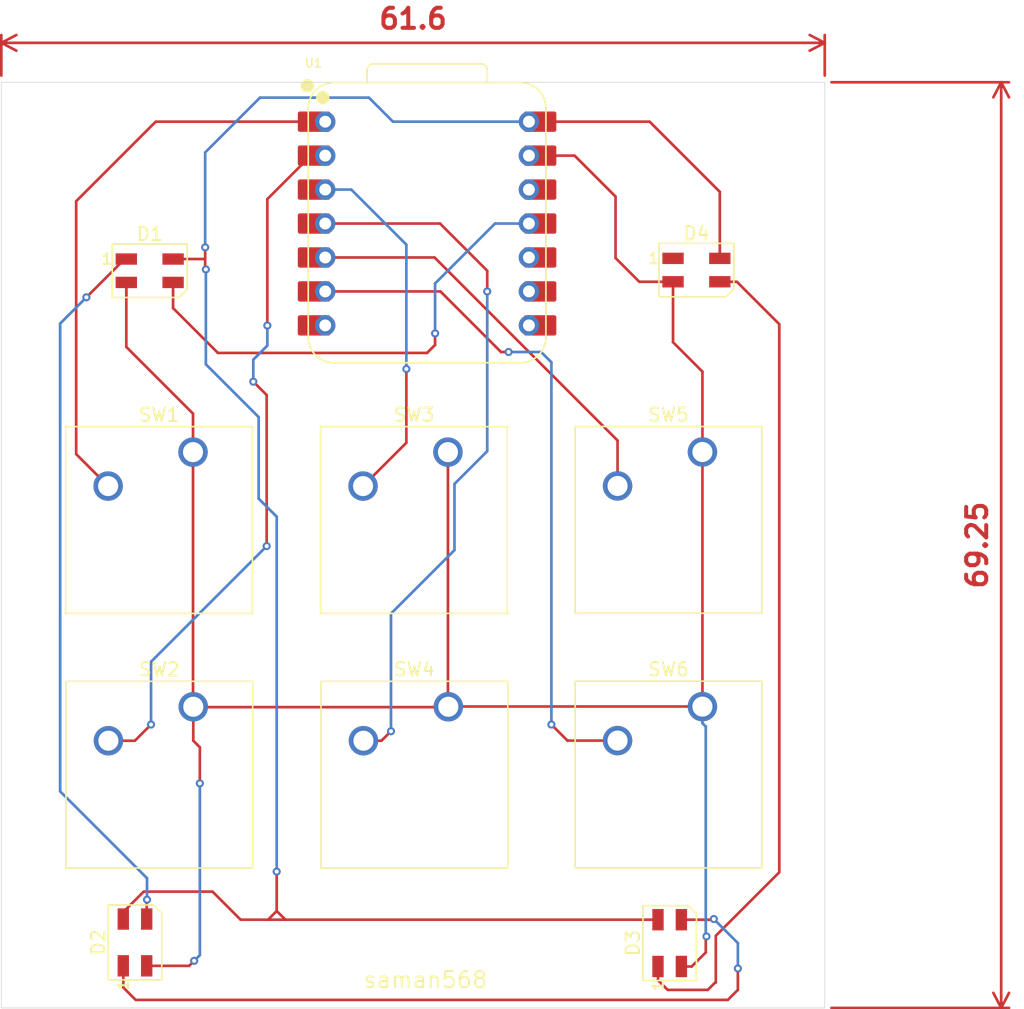
<source format=kicad_pcb>
(kicad_pcb (version 20241229) (generator "pcbnew") (generator_version "9.0")
  (layers (0 "F.Cu" signal) (2 "B.Cu" signal) (13 "F.Paste" user) (15 "B.Paste" user) (5 "F.SilkS" user "F.Silkscreen") (7 "B.SilkS" user "B.Silkscreen") (1 "F.Mask" user) (3 "B.Mask" user) (25 "Edge.Cuts" user))
  (net 0 "")
  (net 2 "GND")
  (net 3 "Net-(D1-DIN)")
  (net 4 "Net-(D1-DOUT)")
  (net 5 "Net-(D1-VDD)")
  (net 6 "Net-(D2-DOUT)")
  (net 7 "Net-(D3-DOUT)")
  (net 8 "Net-(U1-GPIO26{slash}ADC0{slash}A0)")
  (net 9 "Net-(U1-GPIO27{slash}ADC1{slash}A1)")
  (net 10 "Net-(U1-GPIO28{slash}ADC2{slash}A2)")
  (net 11 "Net-(U1-GPIO29{slash}ADC3{slash}A3)")
  (net 12 "Net-(U1-GPIO6{slash}SDA)")
  (net 17 "Net-(U1-GPIO7{slash}SCL)")
  (footprint "Button_Switch_Keyboard:SW_Cherry_MX_1.00u_PCB" (layer "F.Cu") (at 153.3 48.81)
    (property "Reference" "SW5" (at -2.54 -2.794 0) (layer "F.SilkS"))
    (property "Value" "SW_Push")
    (fp_line (start -9.525 -1.905) (end 4.445 -1.905) (stroke (width 0.12)) (layer "F.SilkS"))
    (fp_line (start -9.525 12.065) (end -9.525 -1.905) (stroke (width 0.12)) (layer "F.SilkS"))
    (fp_line (start 4.445 -1.905) (end 4.445 12.065) (stroke (width 0.12)) (layer "F.SilkS"))
    (fp_line (start 4.445 12.065) (end -9.525 12.065) (stroke (width 0.12)) (layer "F.SilkS"))
    (pad "" np_thru_hole circle (at -7.62 5.08) (size 1.7 1.7) (drill 1.7) (layers "*.Cu" "*.Mask"))
    (pad "" np_thru_hole circle (at -2.54 5.08) (size 4 4) (drill 4) (layers "*.Cu" "*.Mask"))
    (pad "" np_thru_hole circle (at 2.54 5.08) (size 1.7 1.7) (drill 1.7) (layers "*.Cu" "*.Mask"))
    (pad "1" thru_hole circle (at 0 0) (size 2.2 2.2) (drill 1.5) (layers "*.Cu" "*.Mask") (net 2 "GND"))
    (pad "2" thru_hole circle (at -6.35 2.54) (size 2.2 2.2) (drill 1.5) (layers "*.Cu" "*.Mask") (net 12 "Net-(U1-GPIO6{slash}SDA)"))
  )
  (footprint "Button_Switch_Keyboard:SW_Cherry_MX_1.00u_PCB" (layer "F.Cu") (at 115.19 48.82)
    (property "Reference" "SW1" (at -2.54 -2.794 0) (layer "F.SilkS"))
    (property "Value" "SW_Push")
    (fp_line (start -9.525 -1.905) (end 4.445 -1.905) (stroke (width 0.12)) (layer "F.SilkS"))
    (fp_line (start -9.525 12.065) (end -9.525 -1.905) (stroke (width 0.12)) (layer "F.SilkS"))
    (fp_line (start 4.445 -1.905) (end 4.445 12.065) (stroke (width 0.12)) (layer "F.SilkS"))
    (fp_line (start 4.445 12.065) (end -9.525 12.065) (stroke (width 0.12)) (layer "F.SilkS"))
    (pad "" np_thru_hole circle (at -7.62 5.08) (size 1.7 1.7) (drill 1.7) (layers "*.Cu" "*.Mask"))
    (pad "" np_thru_hole circle (at -2.54 5.08) (size 4 4) (drill 4) (layers "*.Cu" "*.Mask"))
    (pad "" np_thru_hole circle (at 2.54 5.08) (size 1.7 1.7) (drill 1.7) (layers "*.Cu" "*.Mask"))
    (pad "1" thru_hole circle (at 0 0) (size 2.2 2.2) (drill 1.5) (layers "*.Cu" "*.Mask") (net 2 "GND"))
    (pad "2" thru_hole circle (at -6.35 2.54) (size 2.2 2.2) (drill 1.5) (layers "*.Cu" "*.Mask") (net 8 "Net-(U1-GPIO26{slash}ADC0{slash}A0)"))
  )
  (footprint "Seeed Studio XIAO Series Library:XIAO-RP2040-DIP" (layer "F.Cu") (at 132.7 31.7185)
    (property "Reference" "U1" (at -8.5 -12 0) (layer "F.SilkS") (effects (font (size 0.635 0.635) (thickness 0.1016))))
    (property "Value" "XIAO-RP2040-DIP")
    (fp_line (start -8.89 8.509) (end -8.89 -8.636) (stroke (width 0.127)) (layer "F.SilkS"))
    (fp_line (start -6.985 10.414) (end 6.985 10.414) (stroke (width 0.127)) (layer "F.SilkS"))
    (fp_line (start -4.495 -10.541) (end -4.491272 -11.451272) (stroke (width 0.127)) (layer "F.SilkS"))
    (fp_line (start -3.991272 -11.951) (end 4.004 -11.951) (stroke (width 0.127)) (layer "F.SilkS"))
    (fp_line (start 4.504 -11.451) (end 4.504 -10.541) (stroke (width 0.127)) (layer "F.SilkS"))
    (fp_line (start 6.985 -10.541) (end -6.985 -10.541) (stroke (width 0.1)) (layer "F.SilkS"))
    (fp_line (start 6.985 -10.541) (end -6.985 -10.541) (stroke (width 0.127)) (layer "F.SilkS"))
    (fp_line (start 8.89 8.509) (end 8.89 -8.636) (stroke (width 0.127)) (layer "F.SilkS"))
    (fp_arc (start -8.89 -8.636) (mid -8.332038 -9.983038) (end -6.985 -10.541) (stroke (width 0.127)) (layer "F.SilkS"))
    (fp_arc (start -6.985 10.414) (mid -8.332038 9.856038) (end -8.89 8.509) (stroke (width 0.127)) (layer "F.SilkS"))
    (fp_arc (start -4.491272 -11.451272) (mid -4.344728 -11.80464) (end -3.991272 -11.951) (stroke (width 0.127)) (layer "F.SilkS"))
    (fp_arc (start 4.004 -11.951) (mid 4.357553 -11.804553) (end 4.504 -11.451) (stroke (width 0.127)) (layer "F.SilkS"))
    (fp_arc (start 6.985 -10.541) (mid 8.332038 -9.983038) (end 8.89 -8.636) (stroke (width 0.127)) (layer "F.SilkS"))
    (fp_arc (start 8.89 8.509) (mid 8.332038 9.856038) (end 6.985 10.414) (stroke (width 0.127)) (layer "F.SilkS"))
    (fp_circle (center -8.95 -10.3) (end -8.95 -10.554) (stroke (width 0.5)) (fill yes) (layer "F.SilkS"))
    (fp_circle (center -7.807 -9.42) (end -7.807 -9.674) (stroke (width 0.5)) (fill yes) (layer "F.SilkS"))
    (pad "1" smd roundrect (at -8.455 -7.62 180) (size 2.432 1.524) (layers "F.Cu" "F.Mask") (roundrect_rratio 0.1) (net 8 "Net-(U1-GPIO26{slash}ADC0{slash}A0)"))
    (pad "1" thru_hole circle (at -7.62 -7.62 180) (size 1.524 1.524) (drill 0.889) (layers "*.Cu" "*.Mask") (net 8 "Net-(U1-GPIO26{slash}ADC0{slash}A0)"))
    (pad "2" smd roundrect (at -8.455 -5.08 180) (size 2.432 1.524) (layers "F.Cu" "F.Mask") (roundrect_rratio 0.1) (net 9 "Net-(U1-GPIO27{slash}ADC1{slash}A1)"))
    (pad "2" thru_hole circle (at -7.62 -5.08 180) (size 1.524 1.524) (drill 0.889) (layers "*.Cu" "*.Mask") (net 9 "Net-(U1-GPIO27{slash}ADC1{slash}A1)"))
    (pad "3" smd roundrect (at -8.455 -2.54 180) (size 2.432 1.524) (layers "F.Cu" "F.Mask") (roundrect_rratio 0.1) (net 10 "Net-(U1-GPIO28{slash}ADC2{slash}A2)"))
    (pad "3" thru_hole circle (at -7.62 -2.54 180) (size 1.524 1.524) (drill 0.889) (layers "*.Cu" "*.Mask") (net 10 "Net-(U1-GPIO28{slash}ADC2{slash}A2)"))
    (pad "4" smd roundrect (at -8.455 0 180) (size 2.432 1.524) (layers "F.Cu" "F.Mask") (roundrect_rratio 0.1) (net 11 "Net-(U1-GPIO29{slash}ADC3{slash}A3)"))
    (pad "4" thru_hole circle (at -7.62 0 180) (size 1.524 1.524) (drill 0.889) (layers "*.Cu" "*.Mask") (net 11 "Net-(U1-GPIO29{slash}ADC3{slash}A3)"))
    (pad "5" smd roundrect (at -8.455 2.54 180) (size 2.432 1.524) (layers "F.Cu" "F.Mask") (roundrect_rratio 0.1) (net 12 "Net-(U1-GPIO6{slash}SDA)"))
    (pad "5" thru_hole circle (at -7.62 2.54 180) (size 1.524 1.524) (drill 0.889) (layers "*.Cu" "*.Mask") (net 12 "Net-(U1-GPIO6{slash}SDA)"))
    (pad "6" smd roundrect (at -8.455 5.08 180) (size 2.432 1.524) (layers "F.Cu" "F.Mask") (roundrect_rratio 0.1) (net 17 "Net-(U1-GPIO7{slash}SCL)"))
    (pad "6" thru_hole circle (at -7.62 5.08 180) (size 1.524 1.524) (drill 0.889) (layers "*.Cu" "*.Mask") (net 17 "Net-(U1-GPIO7{slash}SCL)"))
    (pad "7" smd roundrect (at -8.455 7.62 180) (size 2.432 1.524) (layers "F.Cu" "F.Mask") (roundrect_rratio 0.1))
    (pad "7" thru_hole circle (at -7.62 7.62 180) (size 1.524 1.524) (drill 0.889) (layers "*.Cu" "*.Mask"))
    (pad "8" thru_hole circle (at 7.62 7.62) (size 1.524 1.524) (drill 0.889) (layers "*.Cu" "*.Mask"))
    (pad "8" smd roundrect (at 8.455 7.62) (size 2.432 1.524) (layers "F.Cu" "F.Mask") (roundrect_rratio 0.1))
    (pad "9" thru_hole circle (at 7.62 5.08) (size 1.524 1.524) (drill 0.889) (layers "*.Cu" "*.Mask"))
    (pad "9" smd roundrect (at 8.455 5.08) (size 2.432 1.524) (layers "F.Cu" "F.Mask") (roundrect_rratio 0.1))
    (pad "10" thru_hole circle (at 7.62 2.54) (size 1.524 1.524) (drill 0.889) (layers "*.Cu" "*.Mask"))
    (pad "10" smd roundrect (at 8.455 2.54) (size 2.432 1.524) (layers "F.Cu" "F.Mask") (roundrect_rratio 0.1))
    (pad "11" thru_hole circle (at 7.62 0) (size 1.524 1.524) (drill 0.889) (layers "*.Cu" "*.Mask") (net 3 "Net-(D1-DIN)"))
    (pad "11" smd roundrect (at 8.455 0) (size 2.432 1.524) (layers "F.Cu" "F.Mask") (roundrect_rratio 0.1) (net 3 "Net-(D1-DIN)"))
    (pad "12" thru_hole circle (at 7.62 -2.54) (size 1.524 1.524) (drill 0.889) (layers "*.Cu" "*.Mask"))
    (pad "12" smd roundrect (at 8.455 -2.54) (size 2.432 1.524) (layers "F.Cu" "F.Mask") (roundrect_rratio 0.1))
    (pad "13" thru_hole circle (at 7.62 -5.08) (size 1.524 1.524) (drill 0.889) (layers "*.Cu" "*.Mask") (net 2 "GND"))
    (pad "13" smd roundrect (at 8.455 -5.08) (size 2.432 1.524) (layers "F.Cu" "F.Mask") (roundrect_rratio 0.1) (net 2 "GND"))
    (pad "14" thru_hole circle (at 7.62 -7.62) (size 1.524 1.524) (drill 0.889) (layers "*.Cu" "*.Mask") (net 5 "Net-(D1-VDD)"))
    (pad "14" smd roundrect (at 8.455 -7.62) (size 2.432 1.524) (layers "F.Cu" "F.Mask") (roundrect_rratio 0.1) (net 5 "Net-(D1-VDD)"))
  )
  (footprint "Button_Switch_Keyboard:SW_Cherry_MX_1.00u_PCB" (layer "F.Cu") (at 153.3 67.86)
    (property "Reference" "SW6" (at -2.54 -2.794 0) (layer "F.SilkS"))
    (property "Value" "SW_Push")
    (fp_line (start -9.525 -1.905) (end 4.445 -1.905) (stroke (width 0.12)) (layer "F.SilkS"))
    (fp_line (start -9.525 12.065) (end -9.525 -1.905) (stroke (width 0.12)) (layer "F.SilkS"))
    (fp_line (start 4.445 -1.905) (end 4.445 12.065) (stroke (width 0.12)) (layer "F.SilkS"))
    (fp_line (start 4.445 12.065) (end -9.525 12.065) (stroke (width 0.12)) (layer "F.SilkS"))
    (pad "" np_thru_hole circle (at -7.62 5.08) (size 1.7 1.7) (drill 1.7) (layers "*.Cu" "*.Mask"))
    (pad "" np_thru_hole circle (at -2.54 5.08) (size 4 4) (drill 4) (layers "*.Cu" "*.Mask"))
    (pad "" np_thru_hole circle (at 2.54 5.08) (size 1.7 1.7) (drill 1.7) (layers "*.Cu" "*.Mask"))
    (pad "1" thru_hole circle (at 0 0) (size 2.2 2.2) (drill 1.5) (layers "*.Cu" "*.Mask") (net 2 "GND"))
    (pad "2" thru_hole circle (at -6.35 2.54) (size 2.2 2.2) (drill 1.5) (layers "*.Cu" "*.Mask") (net 17 "Net-(U1-GPIO7{slash}SCL)"))
  )
  (footprint "LED_SMD:LED_SK6812MINI_PLCC4_3.5x3.5mm_P1.75mm" (layer "F.Cu") (at 111.95 35.25)
    (property "Reference" "D1" (at 0 -2.75 0) (layer "F.SilkS"))
    (property "Value" "SK6812MINI")
    (fp_line (start -2.8 -2) (end -2.8 2) (stroke (width 0.12)) (layer "F.SilkS"))
    (fp_line (start -2.8 -2) (end 2.8 -2) (stroke (width 0.12)) (layer "F.SilkS"))
    (fp_line (start -2.8 2) (end 2.2 2) (stroke (width 0.12)) (layer "F.SilkS"))
    (fp_line (start 2.8 1.4) (end 2.2 2) (stroke (width 0.12)) (layer "F.SilkS"))
    (fp_line (start 2.8 1.4) (end 2.8 -2) (stroke (width 0.12)) (layer "F.SilkS"))
    (fp_text user "1" (at -3.2 -0.875 0) (layer "F.SilkS") (effects (font (size 0.8 0.8))))
    (pad "1" smd rect (at -1.75 -0.875) (size 1.6 0.85) (layers "F.Cu" "F.Mask" "F.Paste") (net 4 "Net-(D1-DOUT)"))
    (pad "2" smd rect (at -1.75 0.875) (size 1.6 0.85) (layers "F.Cu" "F.Mask" "F.Paste") (net 2 "GND"))
    (pad "3" smd rect (at 1.75 0.875) (size 1.6 0.85) (layers "F.Cu" "F.Mask" "F.Paste") (net 3 "Net-(D1-DIN)"))
    (pad "4" smd rect (at 1.75 -0.875) (size 1.6 0.85) (layers "F.Cu" "F.Mask" "F.Paste") (net 5 "Net-(D1-VDD)"))
  )
  (footprint "Button_Switch_Keyboard:SW_Cherry_MX_1.00u_PCB" (layer "F.Cu") (at 134.26 48.82)
    (property "Reference" "SW3" (at -2.54 -2.794 0) (layer "F.SilkS"))
    (property "Value" "SW_Push")
    (fp_line (start -9.525 -1.905) (end 4.445 -1.905) (stroke (width 0.12)) (layer "F.SilkS"))
    (fp_line (start -9.525 12.065) (end -9.525 -1.905) (stroke (width 0.12)) (layer "F.SilkS"))
    (fp_line (start 4.445 -1.905) (end 4.445 12.065) (stroke (width 0.12)) (layer "F.SilkS"))
    (fp_line (start 4.445 12.065) (end -9.525 12.065) (stroke (width 0.12)) (layer "F.SilkS"))
    (pad "" np_thru_hole circle (at -7.62 5.08) (size 1.7 1.7) (drill 1.7) (layers "*.Cu" "*.Mask"))
    (pad "" np_thru_hole circle (at -2.54 5.08) (size 4 4) (drill 4) (layers "*.Cu" "*.Mask"))
    (pad "" np_thru_hole circle (at 2.54 5.08) (size 1.7 1.7) (drill 1.7) (layers "*.Cu" "*.Mask"))
    (pad "1" thru_hole circle (at 0 0) (size 2.2 2.2) (drill 1.5) (layers "*.Cu" "*.Mask") (net 2 "GND"))
    (pad "2" thru_hole circle (at -6.35 2.54) (size 2.2 2.2) (drill 1.5) (layers "*.Cu" "*.Mask") (net 10 "Net-(U1-GPIO28{slash}ADC2{slash}A2)"))
  )
  (footprint "LED_SMD:LED_SK6812MINI_PLCC4_3.5x3.5mm_P1.75mm" (layer "F.Cu") (at 152.85 35.2)
    (property "Reference" "D4" (at 0 -2.75 0) (layer "F.SilkS"))
    (property "Value" "SK6812MINI")
    (fp_line (start -2.8 -2) (end -2.8 2) (stroke (width 0.12)) (layer "F.SilkS"))
    (fp_line (start -2.8 -2) (end 2.8 -2) (stroke (width 0.12)) (layer "F.SilkS"))
    (fp_line (start -2.8 2) (end 2.2 2) (stroke (width 0.12)) (layer "F.SilkS"))
    (fp_line (start 2.8 1.4) (end 2.2 2) (stroke (width 0.12)) (layer "F.SilkS"))
    (fp_line (start 2.8 1.4) (end 2.8 -2) (stroke (width 0.12)) (layer "F.SilkS"))
    (fp_text user "1" (at -3.2 -0.875 0) (layer "F.SilkS") (effects (font (size 0.8 0.8))))
    (pad "1" smd rect (at -1.75 -0.875) (size 1.6 0.85) (layers "F.Cu" "F.Mask" "F.Paste"))
    (pad "2" smd rect (at -1.75 0.875) (size 1.6 0.85) (layers "F.Cu" "F.Mask" "F.Paste") (net 2 "GND"))
    (pad "3" smd rect (at 1.75 0.875) (size 1.6 0.85) (layers "F.Cu" "F.Mask" "F.Paste") (net 7 "Net-(D3-DOUT)"))
    (pad "4" smd rect (at 1.75 -0.875) (size 1.6 0.85) (layers "F.Cu" "F.Mask" "F.Paste") (net 5 "Net-(D1-VDD)"))
  )
  (footprint "LED_SMD:LED_SK6812MINI_PLCC4_3.5x3.5mm_P1.75mm" (layer "F.Cu") (at 150.85 85.55 90)
    (property "Reference" "D3" (at 0 -2.75 90) (layer "F.SilkS"))
    (property "Value" "SK6812MINI")
    (fp_line (start -2.8 -2) (end 2.8 -2) (stroke (width 0.12)) (layer "F.SilkS"))
    (fp_line (start -2.8 -2) (end -2.8 2) (stroke (width 0.12)) (layer "F.SilkS"))
    (fp_line (start 2.8 1.4) (end 2.8 -2) (stroke (width 0.12)) (layer "F.SilkS"))
    (fp_line (start 2.8 1.4) (end 2.2 2) (stroke (width 0.12)) (layer "F.SilkS"))
    (fp_line (start -2.8 2) (end 2.2 2) (stroke (width 0.12)) (layer "F.SilkS"))
    (fp_text user "1" (at -3.2 -0.875 90) (layer "F.SilkS") (effects (font (size 0.8 0.8))))
    (pad "1" smd rect (at -1.75 -0.875 90) (size 1.6 0.85) (layers "F.Cu" "F.Mask" "F.Paste") (net 7 "Net-(D3-DOUT)"))
    (pad "2" smd rect (at -1.75 0.875 90) (size 1.6 0.85) (layers "F.Cu" "F.Mask" "F.Paste") (net 2 "GND"))
    (pad "3" smd rect (at 1.75 0.875 90) (size 1.6 0.85) (layers "F.Cu" "F.Mask" "F.Paste") (net 6 "Net-(D2-DOUT)"))
    (pad "4" smd rect (at 1.75 -0.875 90) (size 1.6 0.85) (layers "F.Cu" "F.Mask" "F.Paste") (net 5 "Net-(D1-VDD)"))
  )
  (footprint "LED_SMD:LED_SK6812MINI_PLCC4_3.5x3.5mm_P1.75mm" (layer "F.Cu") (at 110.85 85.5 90)
    (property "Reference" "D2" (at 0 -2.75 90) (layer "F.SilkS"))
    (property "Value" "SK6812MINI")
    (fp_line (start -2.8 -2) (end 2.8 -2) (stroke (width 0.12)) (layer "F.SilkS"))
    (fp_line (start -2.8 -2) (end -2.8 2) (stroke (width 0.12)) (layer "F.SilkS"))
    (fp_line (start 2.8 1.4) (end 2.8 -2) (stroke (width 0.12)) (layer "F.SilkS"))
    (fp_line (start 2.8 1.4) (end 2.2 2) (stroke (width 0.12)) (layer "F.SilkS"))
    (fp_line (start -2.8 2) (end 2.2 2) (stroke (width 0.12)) (layer "F.SilkS"))
    (fp_text user "1" (at -3.2 -0.875 90) (layer "F.SilkS") (effects (font (size 0.8 0.8))))
    (pad "1" smd rect (at -1.75 -0.875 90) (size 1.6 0.85) (layers "F.Cu" "F.Mask" "F.Paste") (net 6 "Net-(D2-DOUT)"))
    (pad "2" smd rect (at -1.75 0.875 90) (size 1.6 0.85) (layers "F.Cu" "F.Mask" "F.Paste") (net 2 "GND"))
    (pad "3" smd rect (at 1.75 0.875 90) (size 1.6 0.85) (layers "F.Cu" "F.Mask" "F.Paste") (net 4 "Net-(D1-DOUT)"))
    (pad "4" smd rect (at 1.75 -0.875 90) (size 1.6 0.85) (layers "F.Cu" "F.Mask" "F.Paste") (net 5 "Net-(D1-VDD)"))
  )
  (footprint "Button_Switch_Keyboard:SW_Cherry_MX_1.00u_PCB" (layer "F.Cu") (at 115.21 67.87)
    (property "Reference" "SW2" (at -2.54 -2.794 0) (layer "F.SilkS"))
    (property "Value" "SW_Push")
    (fp_line (start -9.525 -1.905) (end 4.445 -1.905) (stroke (width 0.12)) (layer "F.SilkS"))
    (fp_line (start -9.525 12.065) (end -9.525 -1.905) (stroke (width 0.12)) (layer "F.SilkS"))
    (fp_line (start 4.445 -1.905) (end 4.445 12.065) (stroke (width 0.12)) (layer "F.SilkS"))
    (fp_line (start 4.445 12.065) (end -9.525 12.065) (stroke (width 0.12)) (layer "F.SilkS"))
    (pad "" np_thru_hole circle (at -7.62 5.08) (size 1.7 1.7) (drill 1.7) (layers "*.Cu" "*.Mask"))
    (pad "" np_thru_hole circle (at -2.54 5.08) (size 4 4) (drill 4) (layers "*.Cu" "*.Mask"))
    (pad "" np_thru_hole circle (at 2.54 5.08) (size 1.7 1.7) (drill 1.7) (layers "*.Cu" "*.Mask"))
    (pad "1" thru_hole circle (at 0 0) (size 2.2 2.2) (drill 1.5) (layers "*.Cu" "*.Mask") (net 2 "GND"))
    (pad "2" thru_hole circle (at -6.35 2.54) (size 2.2 2.2) (drill 1.5) (layers "*.Cu" "*.Mask") (net 9 "Net-(U1-GPIO27{slash}ADC1{slash}A1)"))
  )
  (footprint "Button_Switch_Keyboard:SW_Cherry_MX_1.00u_PCB" (layer "F.Cu") (at 134.29 67.87)
    (property "Reference" "SW4" (at -2.54 -2.794 0) (layer "F.SilkS"))
    (property "Value" "SW_Push")
    (fp_line (start -9.525 -1.905) (end 4.445 -1.905) (stroke (width 0.12)) (layer "F.SilkS"))
    (fp_line (start -9.525 12.065) (end -9.525 -1.905) (stroke (width 0.12)) (layer "F.SilkS"))
    (fp_line (start 4.445 -1.905) (end 4.445 12.065) (stroke (width 0.12)) (layer "F.SilkS"))
    (fp_line (start 4.445 12.065) (end -9.525 12.065) (stroke (width 0.12)) (layer "F.SilkS"))
    (pad "" np_thru_hole circle (at -7.62 5.08) (size 1.7 1.7) (drill 1.7) (layers "*.Cu" "*.Mask"))
    (pad "" np_thru_hole circle (at -2.54 5.08) (size 4 4) (drill 4) (layers "*.Cu" "*.Mask"))
    (pad "" np_thru_hole circle (at 2.54 5.08) (size 1.7 1.7) (drill 1.7) (layers "*.Cu" "*.Mask"))
    (pad "1" thru_hole circle (at 0 0) (size 2.2 2.2) (drill 1.5) (layers "*.Cu" "*.Mask") (net 2 "GND"))
    (pad "2" thru_hole circle (at -6.35 2.54) (size 2.2 2.2) (drill 1.5) (layers "*.Cu" "*.Mask") (net 11 "Net-(U1-GPIO29{slash}ADC3{slash}A3)"))
  )
  (gr_rect (start 100.85 21.15) (end 162.45 90.4) (stroke (width 0.05)) (fill no) (layer "Edge.Cuts"))
  (gr_text "saman568" (at 127.85 89 0) (layer "F.SilkS") (effects (font (size 1.2 1.2)) (justify left bottom)))
  (dimension (type orthogonal) (layer "F.Cu") (pts (xy 162.45 21.15) (xy 162.45 90.4)) (height 13.2) (orientation 1) (format (prefix "") (suffix "") (units 3) (units_format 0) (precision 4) (suppress_zeroes yes)) (style (thickness 0.2) (arrow_length 1.27) (text_position_mode 0) (arrow_direction outward) (extension_height 0.58642) (extension_offset 0.5) (keep_text_aligned yes)) (gr_text "69,25" (at 173.85 55.775 90) (layer "F.Cu") (effects (font (size 1.5 1.5) (thickness 0.3)))))
  (dimension (type orthogonal) (layer "F.Cu") (pts (xy 100.85 21.15) (xy 162.45 21.15)) (height -2.95) (orientation 0) (format (prefix "") (suffix "") (units 3) (units_format 0) (precision 4) (suppress_zeroes yes)) (style (thickness 0.2) (arrow_length 1.27) (text_position_mode 0) (arrow_direction outward) (extension_height 0.58642) (extension_offset 0.5) (keep_text_aligned yes)) (gr_text "61,6" (at 131.65 16.4 0) (layer "F.Cu") (effects (font (size 1.5 1.5) (thickness 0.3)))))
  (segment (start 151.1 40.6) (end 151.1 36.075) (width 0.2) (layer "F.Cu") (net 2))
  (segment (start 115.275 86.875) (end 114.9 87.25) (width 0.2) (layer "F.Cu") (net 2))
  (segment (start 134.26 67.9) (end 134.29 67.87) (width 0.2) (layer "F.Cu") (net 2))
  (segment (start 115.7 70.9) (end 115.7 73.6) (width 0.2) (layer "F.Cu") (net 2))
  (segment (start 152.5 87.3) (end 153.55 86.25) (width 0.2) (layer "F.Cu") (net 2))
  (segment (start 153.3 42.8) (end 151.1 40.6) (width 0.2) (layer "F.Cu") (net 2))
  (segment (start 115.5 70.7) (end 115.7 70.9) (width 0.2) (layer "F.Cu") (net 2))
  (segment (start 115.24 67.9) (end 134.26 67.9) (width 0.2) (layer "F.Cu") (net 2))
  (segment (start 115.21 67.87) (end 115.21 70.41) (width 0.2) (layer "F.Cu") (net 2))
  (segment (start 151.725 87.3) (end 152.5 87.3) (width 0.2) (layer "F.Cu") (net 2))
  (segment (start 115.19 48.82) (end 115.19 45.94) (width 0.2) (layer "F.Cu") (net 2))
  (segment (start 114.9 87.25) (end 111.725 87.25) (width 0.2) (layer "F.Cu") (net 2))
  (segment (start 115.21 67.87) (end 115.24 67.9) (width 0.2) (layer "F.Cu") (net 2))
  (segment (start 153.55 85.1) (end 153.6 85.05) (width 0.2) (layer "F.Cu") (net 2))
  (segment (start 153.29 67.85) (end 134.31 67.85) (width 0.2) (layer "F.Cu") (net 2))
  (segment (start 134.31 67.85) (end 134.29 67.87) (width 0.2) (layer "F.Cu") (net 2))
  (segment (start 115.19 45.94) (end 110.2 40.95) (width 0.2) (layer "F.Cu") (net 2))
  (segment (start 134.27 48.81) (end 134.26 48.82) (width 0.2) (layer "F.Cu") (net 2))
  (segment (start 148.575 36.075) (end 151.1 36.075) (width 0.2) (layer "F.Cu") (net 2))
  (segment (start 134.26 48.82) (end 134.26 67.84) (width 0.2) (layer "F.Cu") (net 2))
  (segment (start 153.3 67.86) (end 153.29 67.85) (width 0.2) (layer "F.Cu") (net 2))
  (segment (start 153.55 86.25) (end 153.55 85.1) (width 0.2) (layer "F.Cu") (net 2))
  (segment (start 110.2 40.95) (end 110.2 36.125) (width 0.2) (layer "F.Cu") (net 2))
  (segment (start 134.26 67.84) (end 134.29 67.87) (width 0.2) (layer "F.Cu") (net 2))
  (segment (start 153.3 48.81) (end 153.3 42.8) (width 0.2) (layer "F.Cu") (net 2))
  (segment (start 146.8 34.3) (end 148.575 36.075) (width 0.2) (layer "F.Cu") (net 2))
  (segment (start 110.2 37.3) (end 110.2 36.125) (width 0.2) (layer "F.Cu") (net 2))
  (segment (start 115.19 48.82) (end 115.19 67.85) (width 0.2) (layer "F.Cu") (net 2))
  (segment (start 140.32 26.6385) (end 143.7385 26.6385) (width 0.2) (layer "F.Cu") (net 2))
  (segment (start 115.21 70.41) (end 115.5 70.7) (width 0.2) (layer "F.Cu") (net 2))
  (segment (start 146.8 29.7) (end 146.8 34.3) (width 0.2) (layer "F.Cu") (net 2))
  (segment (start 153.3 48.81) (end 153.3 67.86) (width 0.2) (layer "F.Cu") (net 2))
  (segment (start 115.19 67.85) (end 115.21 67.87) (width 0.2) (layer "F.Cu") (net 2))
  (segment (start 143.7385 26.6385) (end 146.8 29.7) (width 0.2) (layer "F.Cu") (net 2))
  (via (at 115.7 73.6) (size 0.6) (drill 0.3) (layers "F.Cu" "B.Cu") (net 2))
  (via (at 115.275 86.875) (size 0.6) (drill 0.3) (layers "F.Cu" "B.Cu") (net 2))
  (via (at 153.6 85.05) (size 0.6) (drill 0.3) (layers "F.Cu" "B.Cu") (net 2))
  (segment (start 115.7 86.45) (end 115.7 73.6) (width 0.2) (layer "B.Cu") (net 2))
  (segment (start 153.55 69.35) (end 153.3 69.1) (width 0.2) (layer "B.Cu") (net 2))
  (segment (start 153.549 84.999) (end 153.549 69.351) (width 0.2) (layer "B.Cu") (net 2))
  (segment (start 115.275 86.875) (end 115.7 86.45) (width 0.2) (layer "B.Cu") (net 2))
  (segment (start 153.6 85.05) (end 153.549 84.999) (width 0.2) (layer "B.Cu") (net 2))
  (segment (start 153.549 69.351) (end 153.55 69.35) (width 0.2) (layer "B.Cu") (net 2))
  (segment (start 153.3 69.1) (end 153.3 67.86) (width 0.2) (layer "B.Cu") (net 2))
  (segment (start 133.3 39.9385) (end 133.3 40.8) (width 0.2) (layer "F.Cu") (net 3))
  (segment (start 133.3 40.8) (end 132.7 41.4) (width 0.2) (layer "F.Cu") (net 3))
  (segment (start 113.7 38.05) (end 113.7 36.125) (width 0.2) (layer "F.Cu") (net 3))
  (segment (start 132.7 41.4) (end 117.05 41.4) (width 0.2) (layer "F.Cu") (net 3))
  (segment (start 117.05 41.4) (end 113.7 38.05) (width 0.2) (layer "F.Cu") (net 3))
  (via (at 133.3 39.9385) (size 0.6) (drill 0.3) (layers "F.Cu" "B.Cu") (net 3))
  (segment (start 133.3 36.2) (end 137.7815 31.7185) (width 0.2) (layer "B.Cu") (net 3))
  (segment (start 133.3 39.9385) (end 133.3 36.2) (width 0.2) (layer "B.Cu") (net 3))
  (segment (start 137.7815 31.7185) (end 140.32 31.7185) (width 0.2) (layer "B.Cu") (net 3))
  (segment (start 110.075 34.375) (end 110.2 34.375) (width 0.2) (layer "F.Cu") (net 4))
  (segment (start 111.725 82.325) (end 111.75 82.3) (width 0.2) (layer "F.Cu") (net 4))
  (segment (start 111.725 83.75) (end 111.725 82.325) (width 0.2) (layer "F.Cu") (net 4))
  (segment (start 107.212499 37.2375) (end 110.075 34.375) (width 0.2) (layer "F.Cu") (net 4))
  (via (at 111.75 82.3) (size 0.6) (drill 0.3) (layers "F.Cu" "B.Cu") (net 4))
  (via (at 107.212499 37.2375) (size 0.6) (drill 0.3) (layers "F.Cu" "B.Cu") (net 4))
  (segment (start 111.75 80.7) (end 111.75 82.3) (width 0.2) (layer "B.Cu") (net 4))
  (segment (start 105.25 39.199999) (end 105.25 74.2) (width 0.2) (layer "B.Cu") (net 4))
  (segment (start 105.25 74.2) (end 111.75 80.7) (width 0.2) (layer "B.Cu") (net 4))
  (segment (start 107.212499 37.2375) (end 105.25 39.199999) (width 0.2) (layer "B.Cu") (net 4))
  (segment (start 116.1 33.5) (end 116.1 34.375) (width 0.2) (layer "F.Cu") (net 5))
  (segment (start 122.1 83.8) (end 122.15 83.8) (width 0.2) (layer "F.Cu") (net 5))
  (segment (start 121.45 80.2) (end 121.45 83.15) (width 0.2) (layer "F.Cu") (net 5))
  (segment (start 116.1 35.1) (end 116.15 35.15) (width 0.2) (layer "F.Cu") (net 5))
  (segment (start 109.975 83.225057) (end 111.501057 81.699) (width 0.2) (layer "F.Cu") (net 5))
  (segment (start 111.501057 81.699) (end 116.649 81.699) (width 0.2) (layer "F.Cu") (net 5))
  (segment (start 154.6 29.35) (end 154.6 34.325) (width 0.2) (layer "F.Cu") (net 5))
  (segment (start 141.155 24.0985) (end 149.3485 24.0985) (width 0.2) (layer "F.Cu") (net 5))
  (segment (start 122.15 83.8) (end 149.975 83.8) (width 0.2) (layer "F.Cu") (net 5))
  (segment (start 116.1 34.375) (end 116.1 35.1) (width 0.2) (layer "F.Cu") (net 5))
  (segment (start 149.3485 24.0985) (end 154.6 29.35) (width 0.2) (layer "F.Cu") (net 5))
  (segment (start 120.8 83.8) (end 122.15 83.8) (width 0.2) (layer "F.Cu") (net 5))
  (segment (start 121.45 83.15) (end 122.1 83.8) (width 0.2) (layer "F.Cu") (net 5))
  (segment (start 116.649 81.699) (end 118.75 83.8) (width 0.2) (layer "F.Cu") (net 5))
  (segment (start 109.975 83.75) (end 109.975 83.225057) (width 0.2) (layer "F.Cu") (net 5))
  (segment (start 118.75 83.8) (end 120.8 83.8) (width 0.2) (layer "F.Cu") (net 5))
  (segment (start 116.1 34.375) (end 113.7 34.375) (width 0.2) (layer "F.Cu") (net 5))
  (segment (start 121.45 83.15) (end 120.8 83.8) (width 0.2) (layer "F.Cu") (net 5))
  (via (at 116.1 33.5) (size 0.6) (drill 0.3) (layers "F.Cu" "B.Cu") (net 5))
  (via (at 116.15 35.15) (size 0.6) (drill 0.3) (layers "F.Cu" "B.Cu") (net 5))
  (via (at 121.45 80.2) (size 0.6) (drill 0.3) (layers "F.Cu" "B.Cu") (net 5))
  (segment (start 116.1 26.4) (end 120.2 22.3) (width 0.2) (layer "B.Cu") (net 5))
  (segment (start 116.15 42.25) (end 120.1 46.2) (width 0.2) (layer "B.Cu") (net 5))
  (segment (start 130.1485 24.0985) (end 140.32 24.0985) (width 0.2) (layer "B.Cu") (net 5))
  (segment (start 121.45 53.65) (end 121.45 80.2) (width 0.2) (layer "B.Cu") (net 5))
  (segment (start 120.2 22.3) (end 128.35 22.3) (width 0.2) (layer "B.Cu") (net 5))
  (segment (start 128.35 22.3) (end 130.1485 24.0985) (width 0.2) (layer "B.Cu") (net 5))
  (segment (start 116.15 35.15) (end 116.15 42.25) (width 0.2) (layer "B.Cu") (net 5))
  (segment (start 120.1 46.2) (end 120.1 52.3) (width 0.2) (layer "B.Cu") (net 5))
  (segment (start 116.1 33.5) (end 116.1 26.4) (width 0.2) (layer "B.Cu") (net 5))
  (segment (start 120.1 52.3) (end 121.45 53.65) (width 0.2) (layer "B.Cu") (net 5))
  (segment (start 154.15 83.75) (end 154.1 83.8) (width 0.2) (layer "F.Cu") (net 6))
  (segment (start 110.9 89.8) (end 155.2 89.8) (width 0.2) (layer "F.Cu") (net 6))
  (segment (start 109.975 88.875) (end 110.9 89.8) (width 0.2) (layer "F.Cu") (net 6))
  (segment (start 109.975 87.25) (end 109.975 88.875) (width 0.2) (layer "F.Cu") (net 6))
  (segment (start 155.95 89.05) (end 155.95 87.45) (width 0.2) (layer "F.Cu") (net 6))
  (segment (start 155.2 89.8) (end 155.95 89.05) (width 0.2) (layer "F.Cu") (net 6))
  (segment (start 154.1 83.8) (end 151.725 83.8) (width 0.2) (layer "F.Cu") (net 6))
  (via (at 155.95 87.45) (size 0.6) (drill 0.3) (layers "F.Cu" "B.Cu") (net 6))
  (via (at 154.15 83.75) (size 0.6) (drill 0.3) (layers "F.Cu" "B.Cu") (net 6))
  (segment (start 155.95 85.55) (end 154.15 83.75) (width 0.2) (layer "B.Cu") (net 6))
  (segment (start 155.95 87.45) (end 155.95 85.55) (width 0.2) (layer "B.Cu") (net 6))
  (segment (start 153.701 89.049) (end 150.699 89.049) (width 0.2) (layer "F.Cu") (net 7))
  (segment (start 154.3 88.5) (end 154.25 88.5) (width 0.2) (layer "F.Cu") (net 7))
  (segment (start 150.699 89.049) (end 149.975 88.325) (width 0.2) (layer "F.Cu") (net 7))
  (segment (start 159.05 80.25) (end 154.3 85) (width 0.2) (layer "F.Cu") (net 7))
  (segment (start 155.875 36.075) (end 159.05 39.25) (width 0.2) (layer "F.Cu") (net 7))
  (segment (start 154.25 88.5) (end 153.701 89.049) (width 0.2) (layer "F.Cu") (net 7))
  (segment (start 149.975 88.325) (end 149.975 87.3) (width 0.2) (layer "F.Cu") (net 7))
  (segment (start 154.3 85) (end 154.3 88.5) (width 0.2) (layer "F.Cu") (net 7))
  (segment (start 154.6 36.075) (end 155.875 36.075) (width 0.2) (layer "F.Cu") (net 7))
  (segment (start 159.05 39.25) (end 159.05 80.25) (width 0.2) (layer "F.Cu") (net 7))
  (segment (start 106.45 30.05) (end 106.45 48.97) (width 0.2) (layer "F.Cu") (net 8))
  (segment (start 112.4015 24.0985) (end 106.45 30.05) (width 0.2) (layer "F.Cu") (net 8))
  (segment (start 106.45 48.97) (end 108.84 51.36) (width 0.2) (layer "F.Cu") (net 8))
  (segment (start 125.08 24.0985) (end 112.4015 24.0985) (width 0.2) (layer "F.Cu") (net 8))
  (segment (start 124.00237 26.6385) (end 125.08 26.6385) (width 0.2) (layer "F.Cu") (net 9))
  (segment (start 110.84 70.41) (end 112.05 69.2) (width 0.2) (layer "F.Cu") (net 9))
  (segment (start 120.75 29.89087) (end 124.00237 26.6385) (width 0.2) (layer "F.Cu") (net 9))
  (segment (start 108.86 70.41) (end 110.84 70.41) (width 0.2) (layer "F.Cu") (net 9))
  (segment (start 120.7 44.55) (end 120.7 55.85) (width 0.2) (layer "F.Cu") (net 9))
  (segment (start 119.7 43.55) (end 120.7 44.55) (width 0.2) (layer "F.Cu") (net 9))
  (segment (start 120.75 39.35) (end 120.75 29.89087) (width 0.2) (layer "F.Cu") (net 9))
  (via (at 120.7 55.85) (size 0.6) (drill 0.3) (layers "F.Cu" "B.Cu") (net 9))
  (via (at 120.75 39.35) (size 0.6) (drill 0.3) (layers "F.Cu" "B.Cu") (net 9))
  (via (at 112.05 69.2) (size 0.6) (drill 0.3) (layers "F.Cu" "B.Cu") (net 9))
  (via (at 119.7 43.55) (size 0.6) (drill 0.3) (layers "F.Cu" "B.Cu") (net 9))
  (segment (start 119.7 41.9) (end 119.7 43.55) (width 0.2) (layer "B.Cu") (net 9))
  (segment (start 120.75 39.35) (end 120.75 40.85) (width 0.2) (layer "B.Cu") (net 9))
  (segment (start 112.05 69.2) (end 112.05 64.5) (width 0.2) (layer "B.Cu") (net 9))
  (segment (start 120.75 40.85) (end 119.7 41.9) (width 0.2) (layer "B.Cu") (net 9))
  (segment (start 112.05 64.5) (end 120.7 55.85) (width 0.2) (layer "B.Cu") (net 9))
  (segment (start 127.91 51.36) (end 131.15 48.12) (width 0.2) (layer "F.Cu") (net 10))
  (segment (start 131.15 48.12) (end 131.15 42.6) (width 0.2) (layer "F.Cu") (net 10))
  (via (at 131.15 42.6) (size 0.6) (drill 0.3) (layers "F.Cu" "B.Cu") (net 10))
  (segment (start 131.15 33.3) (end 127.0285 29.1785) (width 0.2) (layer "B.Cu") (net 10))
  (segment (start 131.15 42.6) (end 131.15 33.3) (width 0.2) (layer "B.Cu") (net 10))
  (segment (start 127.0285 29.1785) (end 125.08 29.1785) (width 0.2) (layer "B.Cu") (net 10))
  (segment (start 133.6685 31.7185) (end 136.15 34.2) (width 0.2) (layer "F.Cu") (net 11))
  (segment (start 137.2 35.25) (end 137.2 36.8) (width 0.2) (layer "F.Cu") (net 11))
  (segment (start 127.94 70.41) (end 129.29 70.41) (width 0.2) (layer "F.Cu") (net 11))
  (segment (start 129.29 70.41) (end 130 69.7) (width 0.2) (layer "F.Cu") (net 11))
  (segment (start 136.15 34.2) (end 137.2 35.25) (width 0.2) (layer "F.Cu") (net 11))
  (segment (start 125.08 31.7185) (end 133.6685 31.7185) (width 0.2) (layer "F.Cu") (net 11))
  (via (at 137.2 36.8) (size 0.6) (drill 0.3) (layers "F.Cu" "B.Cu") (net 11))
  (via (at 130 69.7) (size 0.6) (drill 0.3) (layers "F.Cu" "B.Cu") (net 11))
  (segment (start 130 60.9) (end 130 69.7) (width 0.2) (layer "B.Cu") (net 11))
  (segment (start 134.75 56.15) (end 130 60.9) (width 0.2) (layer "B.Cu") (net 11))
  (segment (start 134.75 51.2) (end 134.75 56.15) (width 0.2) (layer "B.Cu") (net 11))
  (segment (start 137.2 36.8) (end 137.2 48.75) (width 0.2) (layer "B.Cu") (net 11))
  (segment (start 137.2 48.75) (end 134.75 51.2) (width 0.2) (layer "B.Cu") (net 11))
  (segment (start 146.95 47.95) (end 133.2585 34.2585) (width 0.2) (layer "F.Cu") (net 12))
  (segment (start 146.95 51.35) (end 146.95 47.95) (width 0.2) (layer "F.Cu") (net 12))
  (segment (start 133.2585 34.2585) (end 125.08 34.2585) (width 0.2) (layer "F.Cu") (net 12))
  (segment (start 138.23 41.33) (end 133.6985 36.7985) (width 0.2) (layer "F.Cu") (net 17))
  (segment (start 143.2 70.4) (end 142 69.2) (width 0.2) (layer "F.Cu") (net 17))
  (segment (start 146.95 70.4) (end 143.2 70.4) (width 0.2) (layer "F.Cu") (net 17))
  (segment (start 138.8 41.33) (end 138.23 41.33) (width 0.2) (layer "F.Cu") (net 17))
  (segment (start 133.6985 36.7985) (end 125.08 36.7985) (width 0.2) (layer "F.Cu") (net 17))
  (via (at 142 69.2) (size 0.6) (drill 0.3) (layers "F.Cu" "B.Cu") (net 17))
  (via (at 138.8 41.33) (size 0.6) (drill 0.3) (layers "F.Cu" "B.Cu") (net 17))
  (segment (start 142 42.1) (end 142 69.2) (width 0.2) (layer "B.Cu") (net 17))
  (segment (start 138.8 41.33) (end 141.23 41.33) (width 0.2) (layer "B.Cu") (net 17))
  (segment (start 141.23 41.33) (end 142 42.1) (width 0.2) (layer "B.Cu") (net 17))
)
</source>
